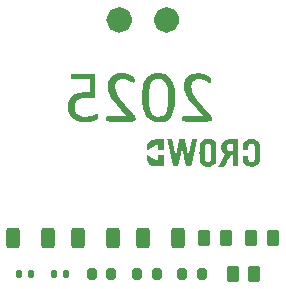
<source format=gbr>
%TF.GenerationSoftware,KiCad,Pcbnew,9.0.1*%
%TF.CreationDate,2025-06-06T15:08:55-07:00*%
%TF.ProjectId,basic_keychain,62617369-635f-46b6-9579-636861696e2e,rev?*%
%TF.SameCoordinates,Original*%
%TF.FileFunction,Soldermask,Bot*%
%TF.FilePolarity,Negative*%
%FSLAX45Y45*%
G04 Gerber Fmt 4.5, Leading zero omitted, Abs format (unit mm)*
G04 Created by KiCad (PCBNEW 9.0.1) date 2025-06-06 15:08:55*
%MOMM*%
%LPD*%
G01*
G04 APERTURE LIST*
G04 Aperture macros list*
%AMRoundRect*
0 Rectangle with rounded corners*
0 $1 Rounding radius*
0 $2 $3 $4 $5 $6 $7 $8 $9 X,Y pos of 4 corners*
0 Add a 4 corners polygon primitive as box body*
4,1,4,$2,$3,$4,$5,$6,$7,$8,$9,$2,$3,0*
0 Add four circle primitives for the rounded corners*
1,1,$1+$1,$2,$3*
1,1,$1+$1,$4,$5*
1,1,$1+$1,$6,$7*
1,1,$1+$1,$8,$9*
0 Add four rect primitives between the rounded corners*
20,1,$1+$1,$2,$3,$4,$5,0*
20,1,$1+$1,$4,$5,$6,$7,0*
20,1,$1+$1,$6,$7,$8,$9,0*
20,1,$1+$1,$8,$9,$2,$3,0*%
G04 Aperture macros list end*
%ADD10C,1.100000*%
%ADD11C,0.000000*%
%ADD12RoundRect,0.250000X-0.312500X-0.625000X0.312500X-0.625000X0.312500X0.625000X-0.312500X0.625000X0*%
%ADD13RoundRect,0.135000X0.135000X0.185000X-0.135000X0.185000X-0.135000X-0.185000X0.135000X-0.185000X0*%
%ADD14RoundRect,0.250000X-0.262500X-0.450000X0.262500X-0.450000X0.262500X0.450000X-0.262500X0.450000X0*%
%ADD15RoundRect,0.250000X0.262500X0.450000X-0.262500X0.450000X-0.262500X-0.450000X0.262500X-0.450000X0*%
%ADD16RoundRect,0.200000X0.200000X0.275000X-0.200000X0.275000X-0.200000X-0.275000X0.200000X-0.275000X0*%
G04 APERTURE END LIST*
D10*
X22105000Y-9700000D02*
G75*
G02*
X21995000Y-9700000I-55000J0D01*
G01*
X21995000Y-9700000D02*
G75*
G02*
X22105000Y-9700000I55000J0D01*
G01*
X22505000Y-9700000D02*
G75*
G02*
X22395000Y-9700000I-55000J0D01*
G01*
X22395000Y-9700000D02*
G75*
G02*
X22505000Y-9700000I55000J0D01*
G01*
D11*
%TO.C,G\u002A\u002A\u002A*%
G36*
X22284669Y-10840862D02*
G01*
X22287997Y-10842616D01*
X22294835Y-10846583D01*
X22304508Y-10852358D01*
X22316338Y-10859538D01*
X22329649Y-10867721D01*
X22331963Y-10869151D01*
X22345256Y-10877318D01*
X22357094Y-10884515D01*
X22366759Y-10890313D01*
X22373536Y-10894281D01*
X22376708Y-10895989D01*
X22377614Y-10896123D01*
X22378922Y-10894699D01*
X22379729Y-10890426D01*
X22380137Y-10882559D01*
X22380251Y-10870352D01*
X22380251Y-10843357D01*
X22403156Y-10843357D01*
X22426062Y-10843357D01*
X22426062Y-10892114D01*
X22426062Y-10940871D01*
X22380382Y-10939287D01*
X22377472Y-10939183D01*
X22357731Y-10938256D01*
X22342724Y-10937091D01*
X22332139Y-10935658D01*
X22325664Y-10933927D01*
X22313029Y-10927295D01*
X22300909Y-10916733D01*
X22292213Y-10903083D01*
X22286694Y-10885930D01*
X22284102Y-10864862D01*
X22283834Y-10858694D01*
X22283680Y-10849496D01*
X22283903Y-10843167D01*
X22284488Y-10840812D01*
X22284669Y-10840862D01*
G37*
G36*
X22426062Y-10756625D02*
G01*
X22426062Y-10802635D01*
X22403156Y-10802635D01*
X22380251Y-10802635D01*
X22380251Y-10774639D01*
X22380154Y-10764925D01*
X22379828Y-10755453D01*
X22379326Y-10749017D01*
X22378704Y-10746643D01*
X22378451Y-10746728D01*
X22374966Y-10748652D01*
X22368021Y-10752812D01*
X22358278Y-10758801D01*
X22346402Y-10766212D01*
X22333053Y-10774639D01*
X22329763Y-10776723D01*
X22316601Y-10784961D01*
X22304985Y-10792080D01*
X22295597Y-10797671D01*
X22289122Y-10801326D01*
X22286243Y-10802635D01*
X22285585Y-10802369D01*
X22284184Y-10798666D01*
X22283655Y-10791523D01*
X22283975Y-10782120D01*
X22285120Y-10771636D01*
X22287067Y-10761251D01*
X22287444Y-10759706D01*
X22293819Y-10742955D01*
X22303692Y-10729735D01*
X22317365Y-10719631D01*
X22319365Y-10718529D01*
X22323850Y-10716236D01*
X22328196Y-10714565D01*
X22333275Y-10713399D01*
X22339957Y-10712622D01*
X22349115Y-10712116D01*
X22361619Y-10711764D01*
X22378342Y-10711450D01*
X22426062Y-10710615D01*
X22426062Y-10756625D01*
G37*
G36*
X23054699Y-10825541D02*
G01*
X23054699Y-10940070D01*
X23031794Y-10940070D01*
X23008888Y-10940070D01*
X23008888Y-10892986D01*
X23008888Y-10845902D01*
X23002358Y-10845902D01*
X22997387Y-10846451D01*
X22990808Y-10848588D01*
X22988715Y-10850796D01*
X22984519Y-10857098D01*
X22978949Y-10866649D01*
X22972440Y-10878697D01*
X22965425Y-10892491D01*
X22959485Y-10904262D01*
X22952912Y-10916708D01*
X22947127Y-10927063D01*
X22942596Y-10934492D01*
X22939789Y-10938161D01*
X22936977Y-10939986D01*
X22931767Y-10941570D01*
X22923790Y-10942385D01*
X22911892Y-10942615D01*
X22907020Y-10942570D01*
X22897934Y-10942205D01*
X22891661Y-10941551D01*
X22889341Y-10940706D01*
X22889623Y-10939898D01*
X22891774Y-10935207D01*
X22895764Y-10926988D01*
X22901259Y-10915915D01*
X22907930Y-10902657D01*
X22915444Y-10887886D01*
X22941475Y-10836974D01*
X22933050Y-10829614D01*
X22924362Y-10820524D01*
X22918168Y-10809633D01*
X22914814Y-10796437D01*
X22913836Y-10779729D01*
X22913858Y-10779325D01*
X22958729Y-10779325D01*
X22960600Y-10790068D01*
X22965180Y-10799036D01*
X22972226Y-10804828D01*
X22976067Y-10805992D01*
X22984309Y-10807241D01*
X22993737Y-10807725D01*
X23008888Y-10807725D01*
X23008888Y-10777184D01*
X23008888Y-10746643D01*
X22998071Y-10746657D01*
X22993917Y-10746765D01*
X22980807Y-10748628D01*
X22970518Y-10752532D01*
X22964095Y-10758125D01*
X22964095Y-10758126D01*
X22959813Y-10768210D01*
X22958729Y-10779325D01*
X22913858Y-10779325D01*
X22914654Y-10764586D01*
X22917930Y-10749532D01*
X22924044Y-10737331D01*
X22933347Y-10727028D01*
X22935830Y-10724946D01*
X22943143Y-10720011D01*
X22951539Y-10716337D01*
X22961814Y-10713764D01*
X22974767Y-10712126D01*
X22991195Y-10711264D01*
X23011895Y-10711012D01*
X23054699Y-10711012D01*
X23054699Y-10777184D01*
X23054699Y-10825541D01*
G37*
G36*
X23171300Y-10707213D02*
G01*
X23191060Y-10708790D01*
X23207120Y-10713477D01*
X23219947Y-10721475D01*
X23230008Y-10732987D01*
X23233698Y-10739097D01*
X23236902Y-10746097D01*
X23239320Y-10754088D01*
X23241037Y-10763753D01*
X23242141Y-10775773D01*
X23242717Y-10790831D01*
X23242852Y-10809608D01*
X23242631Y-10832786D01*
X23242509Y-10841206D01*
X23242229Y-10858347D01*
X23241908Y-10871461D01*
X23241463Y-10881298D01*
X23240815Y-10888610D01*
X23239883Y-10894149D01*
X23238584Y-10898666D01*
X23236839Y-10902913D01*
X23234567Y-10907641D01*
X23233988Y-10908800D01*
X23225373Y-10922045D01*
X23214384Y-10931605D01*
X23199770Y-10938595D01*
X23198374Y-10939076D01*
X23189771Y-10941096D01*
X23179187Y-10941900D01*
X23165113Y-10941622D01*
X23149338Y-10939926D01*
X23132330Y-10935017D01*
X23118784Y-10926828D01*
X23108514Y-10915130D01*
X23101335Y-10899697D01*
X23097061Y-10880302D01*
X23095504Y-10856718D01*
X23095421Y-10848447D01*
X23118327Y-10848447D01*
X23141232Y-10848447D01*
X23141247Y-10861809D01*
X23141821Y-10873570D01*
X23144643Y-10886433D01*
X23150018Y-10895232D01*
X23158166Y-10900281D01*
X23169306Y-10901894D01*
X23175521Y-10901694D01*
X23182107Y-10900573D01*
X23187219Y-10897998D01*
X23191041Y-10893449D01*
X23193756Y-10886409D01*
X23195549Y-10876358D01*
X23196602Y-10862778D01*
X23197099Y-10845148D01*
X23197224Y-10822951D01*
X23197144Y-10803280D01*
X23196812Y-10786838D01*
X23196109Y-10774306D01*
X23194918Y-10765077D01*
X23193123Y-10758546D01*
X23190607Y-10754106D01*
X23187251Y-10751153D01*
X23182939Y-10749079D01*
X23171631Y-10746654D01*
X23160777Y-10748047D01*
X23151925Y-10753007D01*
X23145962Y-10761021D01*
X23143778Y-10771580D01*
X23143773Y-10772372D01*
X23143269Y-10781476D01*
X23142187Y-10789592D01*
X23140596Y-10797545D01*
X23117643Y-10797545D01*
X23094689Y-10797545D01*
X23096418Y-10776809D01*
X23097159Y-10769773D01*
X23101294Y-10750389D01*
X23108291Y-10734854D01*
X23118298Y-10722793D01*
X23120232Y-10721101D01*
X23129771Y-10714475D01*
X23140494Y-10710200D01*
X23153654Y-10707904D01*
X23170501Y-10707212D01*
X23171300Y-10707213D01*
G37*
G36*
X22872725Y-10824269D02*
G01*
X22872725Y-10895531D01*
X22865764Y-10908735D01*
X22858359Y-10919986D01*
X22845776Y-10931473D01*
X22830167Y-10938875D01*
X22818558Y-10941296D01*
X22802828Y-10942301D01*
X22786725Y-10941424D01*
X22772572Y-10938674D01*
X22762080Y-10934300D01*
X22748192Y-10924040D01*
X22744476Y-10920298D01*
X22739803Y-10914686D01*
X22736162Y-10908552D01*
X22733427Y-10901245D01*
X22731471Y-10892111D01*
X22730170Y-10880499D01*
X22729396Y-10865756D01*
X22729024Y-10847230D01*
X22728928Y-10824269D01*
X22728935Y-10821327D01*
X22774129Y-10821327D01*
X22774258Y-10840291D01*
X22774723Y-10856992D01*
X22774743Y-10857470D01*
X22775366Y-10870798D01*
X22776018Y-10880048D01*
X22776916Y-10886196D01*
X22778272Y-10890219D01*
X22780300Y-10893096D01*
X22783214Y-10895804D01*
X22785440Y-10897560D01*
X22792630Y-10900914D01*
X22802241Y-10901813D01*
X22803036Y-10901806D01*
X22810177Y-10901465D01*
X22815824Y-10900262D01*
X22820151Y-10897668D01*
X22823334Y-10893154D01*
X22825546Y-10886193D01*
X22826963Y-10876256D01*
X22827759Y-10862814D01*
X22828109Y-10845340D01*
X22828186Y-10823305D01*
X22828185Y-10813885D01*
X22828153Y-10796833D01*
X22828032Y-10783892D01*
X22827761Y-10774393D01*
X22827279Y-10767664D01*
X22826527Y-10763037D01*
X22825444Y-10759840D01*
X22823970Y-10757403D01*
X22822044Y-10755057D01*
X22820249Y-10753073D01*
X22815961Y-10749759D01*
X22810434Y-10748264D01*
X22801754Y-10747916D01*
X22792792Y-10748358D01*
X22786604Y-10750107D01*
X22781824Y-10753698D01*
X22780503Y-10755109D01*
X22778454Y-10758179D01*
X22777031Y-10762408D01*
X22776049Y-10768779D01*
X22775326Y-10778273D01*
X22774676Y-10791875D01*
X22774338Y-10802836D01*
X22774129Y-10821327D01*
X22728935Y-10821327D01*
X22728962Y-10809630D01*
X22729216Y-10789437D01*
X22729825Y-10773284D01*
X22730913Y-10760522D01*
X22732602Y-10750500D01*
X22735017Y-10742569D01*
X22738281Y-10736079D01*
X22742518Y-10730380D01*
X22747852Y-10724823D01*
X22757645Y-10717112D01*
X22770059Y-10711385D01*
X22785194Y-10708209D01*
X22804044Y-10707273D01*
X22812569Y-10707557D01*
X22830485Y-10710406D01*
X22844966Y-10716542D01*
X22856547Y-10726246D01*
X22865764Y-10739802D01*
X22872725Y-10753006D01*
X22872725Y-10823305D01*
X22872725Y-10824269D01*
G37*
G36*
X21766214Y-10156206D02*
G01*
X21786714Y-10156289D01*
X21803108Y-10156451D01*
X21815885Y-10156711D01*
X21825535Y-10157088D01*
X21832548Y-10157600D01*
X21837415Y-10158268D01*
X21840626Y-10159109D01*
X21842670Y-10160144D01*
X21848327Y-10164106D01*
X21848327Y-10259344D01*
X21848327Y-10354582D01*
X21841931Y-10358773D01*
X21840484Y-10359656D01*
X21837177Y-10361028D01*
X21832778Y-10361707D01*
X21826296Y-10361720D01*
X21816740Y-10361097D01*
X21803119Y-10359864D01*
X21789148Y-10358794D01*
X21760626Y-10358618D01*
X21736133Y-10361532D01*
X21715657Y-10367539D01*
X21699184Y-10376643D01*
X21686702Y-10388847D01*
X21681225Y-10397588D01*
X21675280Y-10413889D01*
X21672842Y-10431949D01*
X21673913Y-10450575D01*
X21678495Y-10468578D01*
X21686588Y-10484766D01*
X21695777Y-10495666D01*
X21710320Y-10506308D01*
X21727881Y-10513874D01*
X21747831Y-10518290D01*
X21769543Y-10519481D01*
X21792391Y-10517372D01*
X21815747Y-10511889D01*
X21838984Y-10502955D01*
X21847059Y-10499323D01*
X21856212Y-10496071D01*
X21862153Y-10495950D01*
X21865628Y-10499352D01*
X21867380Y-10506669D01*
X21868155Y-10518293D01*
X21868208Y-10519733D01*
X21868359Y-10529372D01*
X21867776Y-10535495D01*
X21866181Y-10539496D01*
X21863301Y-10542766D01*
X21859633Y-10545411D01*
X21850330Y-10549932D01*
X21837708Y-10554507D01*
X21822828Y-10558767D01*
X21806755Y-10562345D01*
X21803224Y-10562965D01*
X21784096Y-10564934D01*
X21762866Y-10565259D01*
X21741291Y-10564027D01*
X21721126Y-10561326D01*
X21704129Y-10557242D01*
X21692523Y-10553037D01*
X21669657Y-10541245D01*
X21650469Y-10526064D01*
X21635121Y-10507670D01*
X21623774Y-10486240D01*
X21616590Y-10461947D01*
X21616521Y-10461588D01*
X21615114Y-10450165D01*
X21614484Y-10435880D01*
X21614725Y-10420835D01*
X21615207Y-10412216D01*
X21616216Y-10402055D01*
X21617942Y-10393942D01*
X21620824Y-10386037D01*
X21625301Y-10376499D01*
X21630872Y-10366454D01*
X21643566Y-10350084D01*
X21659440Y-10336938D01*
X21678971Y-10326662D01*
X21702635Y-10318902D01*
X21707604Y-10317720D01*
X21717684Y-10315924D01*
X21729099Y-10314773D01*
X21743098Y-10314159D01*
X21760928Y-10313978D01*
X21799970Y-10313978D01*
X21799970Y-10259259D01*
X21799970Y-10204539D01*
X21722434Y-10204539D01*
X21710250Y-10204538D01*
X21690841Y-10204515D01*
X21675677Y-10204432D01*
X21664203Y-10204250D01*
X21655868Y-10203931D01*
X21650117Y-10203437D01*
X21646399Y-10202729D01*
X21644158Y-10201769D01*
X21642843Y-10200517D01*
X21641900Y-10198937D01*
X21640961Y-10196524D01*
X21639484Y-10189107D01*
X21638902Y-10180361D01*
X21639054Y-10176011D01*
X21640130Y-10167611D01*
X21641900Y-10161785D01*
X21644899Y-10156182D01*
X21740956Y-10156182D01*
X21741116Y-10156182D01*
X21766214Y-10156206D01*
G37*
G36*
X22522470Y-10345765D02*
G01*
X22522728Y-10368078D01*
X22522437Y-10389856D01*
X22521583Y-10409654D01*
X22520151Y-10426029D01*
X22515607Y-10453920D01*
X22507968Y-10482031D01*
X22497686Y-10505919D01*
X22484685Y-10525696D01*
X22468889Y-10541475D01*
X22450222Y-10553369D01*
X22428607Y-10561489D01*
X22418344Y-10563540D01*
X22402038Y-10565049D01*
X22384018Y-10565272D01*
X22365956Y-10564257D01*
X22349523Y-10562055D01*
X22336391Y-10558716D01*
X22335687Y-10558463D01*
X22314782Y-10548203D01*
X22296011Y-10533638D01*
X22279931Y-10515289D01*
X22267100Y-10493680D01*
X22264856Y-10488832D01*
X22258003Y-10471431D01*
X22252691Y-10452917D01*
X22248794Y-10432511D01*
X22246187Y-10409434D01*
X22244745Y-10382909D01*
X22244342Y-10352154D01*
X22244358Y-10348684D01*
X22244515Y-10344039D01*
X22301655Y-10344039D01*
X22301940Y-10373003D01*
X22302658Y-10393364D01*
X22304737Y-10420945D01*
X22308119Y-10444236D01*
X22312951Y-10463656D01*
X22319376Y-10479620D01*
X22327538Y-10492546D01*
X22337582Y-10502851D01*
X22349652Y-10510953D01*
X22353037Y-10512666D01*
X22369410Y-10517999D01*
X22386720Y-10519523D01*
X22403767Y-10517358D01*
X22419352Y-10511629D01*
X22432276Y-10502459D01*
X22436529Y-10497766D01*
X22445094Y-10484694D01*
X22452400Y-10468614D01*
X22457748Y-10450939D01*
X22457948Y-10450062D01*
X22461995Y-10427151D01*
X22464749Y-10401016D01*
X22466201Y-10373014D01*
X22466344Y-10344499D01*
X22465170Y-10316828D01*
X22462669Y-10291356D01*
X22458835Y-10269439D01*
X22455480Y-10257685D01*
X22448903Y-10241610D01*
X22440846Y-10227287D01*
X22432148Y-10216385D01*
X22432028Y-10216266D01*
X22423328Y-10208281D01*
X22415551Y-10203032D01*
X22407201Y-10199966D01*
X22396782Y-10198532D01*
X22382796Y-10198176D01*
X22374349Y-10198234D01*
X22365145Y-10198672D01*
X22358448Y-10199801D01*
X22352719Y-10201925D01*
X22346421Y-10205346D01*
X22340645Y-10209147D01*
X22329344Y-10219931D01*
X22320314Y-10234194D01*
X22313042Y-10252666D01*
X22310358Y-10261901D01*
X22306553Y-10279027D01*
X22303885Y-10297876D01*
X22302277Y-10319271D01*
X22301655Y-10344039D01*
X22244515Y-10344039D01*
X22245635Y-10311040D01*
X22248998Y-10277874D01*
X22254541Y-10248992D01*
X22262355Y-10224202D01*
X22272532Y-10203313D01*
X22285164Y-10186130D01*
X22300344Y-10172461D01*
X22318163Y-10162115D01*
X22338714Y-10154898D01*
X22347441Y-10153221D01*
X22361727Y-10151804D01*
X22377840Y-10151230D01*
X22394069Y-10151506D01*
X22408704Y-10152638D01*
X22420034Y-10154630D01*
X22438838Y-10161174D01*
X22459256Y-10172745D01*
X22476761Y-10188282D01*
X22491412Y-10207863D01*
X22503263Y-10231567D01*
X22512373Y-10259473D01*
X22518798Y-10291659D01*
X22520367Y-10305310D01*
X22521678Y-10324361D01*
X22522424Y-10344499D01*
X22522470Y-10345765D01*
G37*
G36*
X22733906Y-10151478D02*
G01*
X22742563Y-10152445D01*
X22751469Y-10154316D01*
X22762296Y-10157263D01*
X22763240Y-10157535D01*
X22786204Y-10165445D01*
X22804677Y-10174490D01*
X22818399Y-10184545D01*
X22820147Y-10186245D01*
X22823665Y-10190917D01*
X22825264Y-10196630D01*
X22825641Y-10205394D01*
X22824942Y-10217540D01*
X22822393Y-10227061D01*
X22817937Y-10231910D01*
X22811529Y-10232131D01*
X22803128Y-10227767D01*
X22797932Y-10224499D01*
X22789619Y-10219803D01*
X22780401Y-10214973D01*
X22766115Y-10208589D01*
X22744461Y-10202119D01*
X22724653Y-10200045D01*
X22706977Y-10202056D01*
X22691717Y-10207842D01*
X22679159Y-10217092D01*
X22669587Y-10229496D01*
X22663288Y-10244745D01*
X22660547Y-10262527D01*
X22661647Y-10282534D01*
X22666876Y-10304453D01*
X22676517Y-10327976D01*
X22681773Y-10338104D01*
X22689611Y-10351438D01*
X22698783Y-10365030D01*
X22709774Y-10379512D01*
X22723072Y-10395518D01*
X22739163Y-10413681D01*
X22758535Y-10434634D01*
X22766879Y-10443527D01*
X22783167Y-10460922D01*
X22796426Y-10475169D01*
X22806978Y-10486649D01*
X22815147Y-10495742D01*
X22821255Y-10502829D01*
X22825626Y-10508291D01*
X22828582Y-10512509D01*
X22830447Y-10515864D01*
X22831542Y-10518736D01*
X22832191Y-10521507D01*
X22832474Y-10523170D01*
X22833158Y-10533731D01*
X22832259Y-10544033D01*
X22830021Y-10552490D01*
X22826686Y-10557516D01*
X22824843Y-10558265D01*
X22820888Y-10558957D01*
X22814538Y-10559523D01*
X22805407Y-10559973D01*
X22793111Y-10560317D01*
X22777264Y-10560567D01*
X22757483Y-10560732D01*
X22733381Y-10560824D01*
X22704575Y-10560852D01*
X22697575Y-10560851D01*
X22670874Y-10560826D01*
X22648730Y-10560757D01*
X22630710Y-10560628D01*
X22616381Y-10560426D01*
X22605312Y-10560137D01*
X22597070Y-10559746D01*
X22591223Y-10559239D01*
X22587338Y-10558601D01*
X22584985Y-10557820D01*
X22583730Y-10556880D01*
X22582037Y-10553740D01*
X22580159Y-10545836D01*
X22579445Y-10536239D01*
X22579997Y-10526990D01*
X22581915Y-10520130D01*
X22585278Y-10513768D01*
X22673797Y-10512495D01*
X22762316Y-10511222D01*
X22722080Y-10469083D01*
X22707700Y-10453941D01*
X22687839Y-10432645D01*
X22671069Y-10414064D01*
X22657014Y-10397725D01*
X22645299Y-10383154D01*
X22635548Y-10369876D01*
X22627385Y-10357418D01*
X22620436Y-10345306D01*
X22614323Y-10333066D01*
X22611262Y-10326311D01*
X22604908Y-10309890D01*
X22600890Y-10294324D01*
X22598792Y-10277670D01*
X22598196Y-10257986D01*
X22598197Y-10257519D01*
X22599276Y-10237157D01*
X22602658Y-10220181D01*
X22608727Y-10205287D01*
X22617867Y-10191169D01*
X22619136Y-10189532D01*
X22631947Y-10175858D01*
X22646482Y-10165557D01*
X22663469Y-10158308D01*
X22683640Y-10153789D01*
X22707722Y-10151681D01*
X22710654Y-10151572D01*
X22723827Y-10151244D01*
X22733906Y-10151478D01*
G37*
G36*
X22069876Y-10151096D02*
G01*
X22098591Y-10153197D01*
X22125025Y-10159330D01*
X22150265Y-10169744D01*
X22154450Y-10171892D01*
X22165737Y-10178360D01*
X22173193Y-10184373D01*
X22177553Y-10190918D01*
X22179555Y-10198984D01*
X22179934Y-10209558D01*
X22179933Y-10209594D01*
X22179568Y-10218816D01*
X22178875Y-10226092D01*
X22178003Y-10229850D01*
X22176944Y-10231086D01*
X22171547Y-10232365D01*
X22162885Y-10229826D01*
X22150919Y-10223461D01*
X22138863Y-10216656D01*
X22116897Y-10207009D01*
X22096144Y-10201455D01*
X22076943Y-10199966D01*
X22059631Y-10202514D01*
X22044547Y-10209071D01*
X22032027Y-10219609D01*
X22022411Y-10234100D01*
X22020469Y-10238249D01*
X22017433Y-10246704D01*
X22016015Y-10255524D01*
X22015742Y-10267050D01*
X22016040Y-10274635D01*
X22019631Y-10297319D01*
X22027421Y-10320242D01*
X22039607Y-10343898D01*
X22056386Y-10368781D01*
X22057153Y-10369807D01*
X22063519Y-10378136D01*
X22070188Y-10386468D01*
X22077624Y-10395323D01*
X22086291Y-10405223D01*
X22096652Y-10416690D01*
X22109169Y-10430244D01*
X22124307Y-10446407D01*
X22142528Y-10465700D01*
X22146903Y-10470337D01*
X22158018Y-10482267D01*
X22167855Y-10493038D01*
X22175852Y-10502022D01*
X22181446Y-10508592D01*
X22184077Y-10512118D01*
X22185541Y-10516771D01*
X22186788Y-10525137D01*
X22187304Y-10534825D01*
X22187244Y-10541584D01*
X22186576Y-10548590D01*
X22184870Y-10552989D01*
X22181740Y-10556268D01*
X22180381Y-10557208D01*
X22178265Y-10558130D01*
X22175143Y-10558883D01*
X22170559Y-10559483D01*
X22164062Y-10559948D01*
X22155196Y-10560295D01*
X22143509Y-10560541D01*
X22128546Y-10560702D01*
X22109855Y-10560797D01*
X22086980Y-10560841D01*
X22059469Y-10560852D01*
X22059464Y-10560852D01*
X22031021Y-10560870D01*
X22007249Y-10560872D01*
X21987734Y-10560780D01*
X21972057Y-10560515D01*
X21959800Y-10559997D01*
X21950548Y-10559148D01*
X21943883Y-10557890D01*
X21939388Y-10556143D01*
X21936646Y-10553829D01*
X21935239Y-10550870D01*
X21934750Y-10547185D01*
X21934763Y-10542698D01*
X21934860Y-10537328D01*
X21934853Y-10535632D01*
X21934805Y-10529562D01*
X21935083Y-10524655D01*
X21936163Y-10520789D01*
X21938521Y-10517838D01*
X21942634Y-10515681D01*
X21948979Y-10514194D01*
X21958031Y-10513254D01*
X21970267Y-10512737D01*
X21986164Y-10512520D01*
X22006197Y-10512481D01*
X22030844Y-10512495D01*
X22118405Y-10512495D01*
X22068306Y-10459684D01*
X22056228Y-10446850D01*
X22032669Y-10421013D01*
X22012705Y-10397745D01*
X21996093Y-10376609D01*
X21982590Y-10357165D01*
X21971954Y-10338972D01*
X21963941Y-10321592D01*
X21958310Y-10304585D01*
X21954817Y-10287512D01*
X21953219Y-10269932D01*
X21953274Y-10251407D01*
X21953481Y-10246896D01*
X21954350Y-10235125D01*
X21955819Y-10226130D01*
X21958254Y-10218147D01*
X21962024Y-10209413D01*
X21967784Y-10198732D01*
X21981191Y-10181609D01*
X21997989Y-10168273D01*
X22018157Y-10158735D01*
X22041678Y-10153005D01*
X22068532Y-10151092D01*
X22069876Y-10151096D01*
G37*
G36*
X22587490Y-10708499D02*
G01*
X22595397Y-10708809D01*
X22600018Y-10709678D01*
X22602473Y-10711381D01*
X22603879Y-10714193D01*
X22604724Y-10717246D01*
X22606544Y-10724856D01*
X22609095Y-10736092D01*
X22612214Y-10750217D01*
X22615735Y-10766493D01*
X22619493Y-10784183D01*
X22622836Y-10799811D01*
X22626323Y-10815566D01*
X22629413Y-10828965D01*
X22631950Y-10839350D01*
X22633779Y-10846063D01*
X22634743Y-10848447D01*
X22634748Y-10848447D01*
X22635695Y-10846011D01*
X22637477Y-10839234D01*
X22639946Y-10828762D01*
X22642955Y-10815241D01*
X22646356Y-10799318D01*
X22650001Y-10781638D01*
X22650745Y-10777980D01*
X22655486Y-10755400D01*
X22659558Y-10737353D01*
X22662931Y-10723963D01*
X22665573Y-10715353D01*
X22667453Y-10711648D01*
X22670876Y-10710213D01*
X22678581Y-10708941D01*
X22688693Y-10708467D01*
X22697467Y-10708605D01*
X22702943Y-10709245D01*
X22705433Y-10710684D01*
X22706022Y-10713221D01*
X22706022Y-10713221D01*
X22705510Y-10716689D01*
X22704062Y-10724458D01*
X22701809Y-10735908D01*
X22698881Y-10750419D01*
X22695409Y-10767374D01*
X22691523Y-10786152D01*
X22687353Y-10806135D01*
X22683031Y-10826704D01*
X22678687Y-10847238D01*
X22674451Y-10867121D01*
X22670454Y-10885731D01*
X22666826Y-10902451D01*
X22663699Y-10916660D01*
X22661202Y-10927741D01*
X22659465Y-10935073D01*
X22658621Y-10938038D01*
X22658194Y-10938357D01*
X22653913Y-10939198D01*
X22646235Y-10939619D01*
X22636457Y-10939533D01*
X22615671Y-10938798D01*
X22599329Y-10865626D01*
X22598040Y-10859880D01*
X22593921Y-10841835D01*
X22590130Y-10825695D01*
X22586818Y-10812073D01*
X22584137Y-10801583D01*
X22582238Y-10794839D01*
X22581272Y-10792455D01*
X22581082Y-10792701D01*
X22579888Y-10796548D01*
X22577897Y-10804580D01*
X22575247Y-10816182D01*
X22572077Y-10830740D01*
X22568524Y-10847639D01*
X22564726Y-10866263D01*
X22549894Y-10940070D01*
X22528850Y-10940070D01*
X22525596Y-10940041D01*
X22516242Y-10939606D01*
X22509377Y-10938757D01*
X22506300Y-10937635D01*
X22506232Y-10937504D01*
X22505100Y-10933745D01*
X22503099Y-10925738D01*
X22500361Y-10914098D01*
X22497018Y-10899438D01*
X22493203Y-10882374D01*
X22489047Y-10863519D01*
X22484681Y-10843488D01*
X22480239Y-10822896D01*
X22475852Y-10802356D01*
X22471652Y-10782483D01*
X22467770Y-10763891D01*
X22464340Y-10747195D01*
X22461492Y-10733010D01*
X22459359Y-10721948D01*
X22458072Y-10714626D01*
X22457765Y-10711656D01*
X22457808Y-10711563D01*
X22460975Y-10710061D01*
X22467547Y-10709014D01*
X22475939Y-10708475D01*
X22484566Y-10708495D01*
X22491845Y-10709124D01*
X22496191Y-10710415D01*
X22496204Y-10710425D01*
X22497415Y-10713409D01*
X22499437Y-10720711D01*
X22502111Y-10731661D01*
X22505282Y-10745593D01*
X22508792Y-10761838D01*
X22512485Y-10779729D01*
X22512555Y-10780079D01*
X22516210Y-10797947D01*
X22519617Y-10814165D01*
X22522629Y-10828063D01*
X22525098Y-10838974D01*
X22526877Y-10846229D01*
X22527818Y-10849158D01*
X22527951Y-10849146D01*
X22529102Y-10846203D01*
X22531084Y-10839012D01*
X22533752Y-10828176D01*
X22536964Y-10814294D01*
X22540574Y-10797970D01*
X22544439Y-10779804D01*
X22559335Y-10708467D01*
X22580567Y-10708467D01*
X22587490Y-10708499D01*
G37*
%TD*%
D12*
%TO.C,R3*%
X22253750Y-11550000D03*
X22546250Y-11550000D03*
%TD*%
%TO.C,R2*%
X21703750Y-11550000D03*
X21996250Y-11550000D03*
%TD*%
D13*
%TO.C,R10*%
X21601000Y-11850000D03*
X21499000Y-11850000D03*
%TD*%
D14*
%TO.C,R4*%
X22767500Y-11550000D03*
X22950000Y-11550000D03*
%TD*%
%TO.C,R5*%
X23167500Y-11550000D03*
X23350000Y-11550000D03*
%TD*%
D12*
%TO.C,R1*%
X21153750Y-11550000D03*
X21446250Y-11550000D03*
%TD*%
D15*
%TO.C,R6*%
X23191250Y-11850000D03*
X23008750Y-11850000D03*
%TD*%
D16*
%TO.C,R9*%
X21982500Y-11850000D03*
X21817500Y-11850000D03*
%TD*%
D13*
%TO.C,R11*%
X21301000Y-11850000D03*
X21199000Y-11850000D03*
%TD*%
D16*
%TO.C,R7*%
X22750000Y-11850000D03*
X22585000Y-11850000D03*
%TD*%
%TO.C,R8*%
X22365000Y-11850000D03*
X22200000Y-11850000D03*
%TD*%
M02*

</source>
